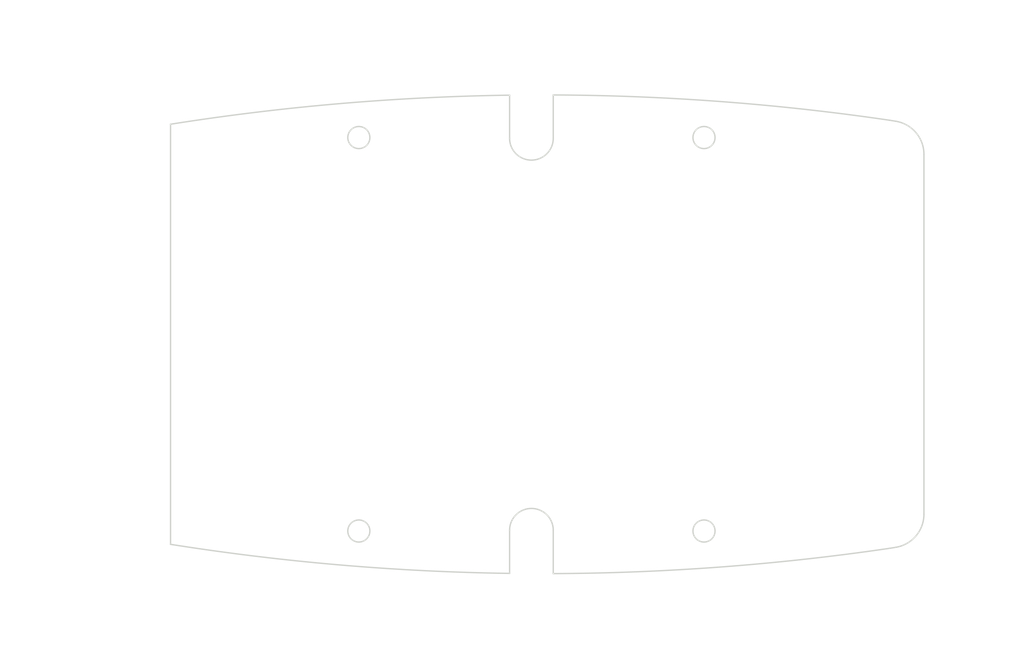
<source format=kicad_pcb>
(kicad_pcb (version 20171130) (host pcbnew "(5.1.0)-1")

  (general
    (thickness 1.6)
    (drawings 97)
    (tracks 0)
    (zones 0)
    (modules 0)
    (nets 1)
  )

  (page A4)
  (layers
    (0 F.Cu signal)
    (31 B.Cu signal)
    (32 B.Adhes user)
    (33 F.Adhes user)
    (34 B.Paste user)
    (35 F.Paste user)
    (36 B.SilkS user)
    (37 F.SilkS user)
    (38 B.Mask user)
    (39 F.Mask user)
    (40 Dwgs.User user)
    (41 Cmts.User user)
    (42 Eco1.User user)
    (43 Eco2.User user)
    (44 Edge.Cuts user)
    (45 Margin user)
    (46 B.CrtYd user)
    (47 F.CrtYd user)
    (48 B.Fab user)
    (49 F.Fab user)
  )

  (setup
    (last_trace_width 0.25)
    (trace_clearance 0.2)
    (zone_clearance 0.508)
    (zone_45_only no)
    (trace_min 0.2)
    (via_size 0.8)
    (via_drill 0.4)
    (via_min_size 0.4)
    (via_min_drill 0.3)
    (uvia_size 0.3)
    (uvia_drill 0.1)
    (uvias_allowed no)
    (uvia_min_size 0.2)
    (uvia_min_drill 0.1)
    (edge_width 0.05)
    (segment_width 0.2)
    (pcb_text_width 0.3)
    (pcb_text_size 1.5 1.5)
    (mod_edge_width 0.12)
    (mod_text_size 1 1)
    (mod_text_width 0.15)
    (pad_size 1.524 1.524)
    (pad_drill 0.762)
    (pad_to_mask_clearance 0.051)
    (solder_mask_min_width 0.25)
    (aux_axis_origin 0 0)
    (visible_elements FFFFEF7F)
    (pcbplotparams
      (layerselection 0x010fc_ffffffff)
      (usegerberextensions false)
      (usegerberattributes false)
      (usegerberadvancedattributes false)
      (creategerberjobfile false)
      (excludeedgelayer true)
      (linewidth 0.152400)
      (plotframeref false)
      (viasonmask false)
      (mode 1)
      (useauxorigin false)
      (hpglpennumber 1)
      (hpglpenspeed 20)
      (hpglpendiameter 15.000000)
      (psnegative false)
      (psa4output false)
      (plotreference true)
      (plotvalue true)
      (plotinvisibletext false)
      (padsonsilk false)
      (subtractmaskfromsilk false)
      (outputformat 1)
      (mirror false)
      (drillshape 1)
      (scaleselection 1)
      (outputdirectory ""))
  )

  (net 0 "")

  (net_class Default "This is the default net class."
    (clearance 0.2)
    (trace_width 0.25)
    (via_dia 0.8)
    (via_drill 0.4)
    (uvia_dia 0.3)
    (uvia_drill 0.1)
  )

  (gr_arc (start 194.558137 118.823029) (end 195.334585 123.620926) (angle -80.80747149) (layer Edge.Cuts) (width 0.2))
  (gr_line (start 194.459791 123.762494) (end 195.334585 123.620926) (layer Edge.Cuts) (width 0.2))
  (gr_arc (start 144.252266 -217.972032) (end 145.720862 127.427918) (angle -8.114469176) (layer Edge.Cuts) (width 0.2))
  (gr_line (start 145.720862 121.151246) (end 145.720862 127.427918) (layer Edge.Cuts) (width 0.2))
  (gr_arc (start 142.558137 121.151246) (end 145.720862 121.151246) (angle -180) (layer Edge.Cuts) (width 0.2))
  (gr_line (start 139.395413 127.396891) (end 139.395413 121.151246) (layer Edge.Cuts) (width 0.2))
  (gr_arc (start 144.252266 -217.972032) (end 90.280439 123.188229) (angle -8.184049622) (layer Edge.Cuts) (width 0.2))
  (gr_line (start 90.280439 62.331102) (end 90.280439 123.188229) (layer Edge.Cuts) (width 0.2))
  (gr_arc (start 144.252266 403.491362) (end 139.395413 58.12244) (angle -8.184049622) (layer Edge.Cuts) (width 0.2))
  (gr_line (start 139.395413 64.368085) (end 139.395413 58.12244) (layer Edge.Cuts) (width 0.2))
  (gr_arc (start 142.558137 64.368085) (end 139.395413 64.368085) (angle -180) (layer Edge.Cuts) (width 0.2))
  (gr_line (start 145.720862 58.091413) (end 145.720862 64.368085) (layer Edge.Cuts) (width 0.2))
  (gr_arc (start 144.252266 403.491362) (end 194.459791 61.756837) (angle -8.114469176) (layer Edge.Cuts) (width 0.2))
  (gr_line (start 195.334585 61.898405) (end 194.459791 61.756837) (layer Edge.Cuts) (width 0.2))
  (gr_arc (start 194.558137 66.696302) (end 199.418454 66.696302) (angle -80.80747149) (layer Edge.Cuts) (width 0.2))
  (gr_line (start 199.418454 118.823029) (end 199.418454 66.696302) (layer Edge.Cuts) (width 0.2))
  (gr_circle (center 117.558137 121.258145) (end 119.158137 121.258145) (layer Edge.Cuts) (width 0.2))
  (gr_circle (center 167.558137 121.258145) (end 169.158137 121.258145) (layer Edge.Cuts) (width 0.2))
  (gr_circle (center 167.558137 64.261186) (end 169.158137 64.261186) (layer Edge.Cuts) (width 0.2))
  (gr_circle (center 117.558137 64.261186) (end 119.158137 64.261186) (layer Edge.Cuts) (width 0.2))
  (gr_line (start 117.558137 119.324812) (end 117.558137 123.191478) (layer Dwgs.User) (width 0.2))
  (gr_line (start 119.491471 121.258145) (end 115.624804 121.258145) (layer Dwgs.User) (width 0.2))
  (gr_line (start 167.558137 119.324812) (end 167.558137 123.191478) (layer Dwgs.User) (width 0.2))
  (gr_line (start 169.491471 121.258145) (end 165.624804 121.258145) (layer Dwgs.User) (width 0.2))
  (gr_line (start 167.558137 62.327853) (end 167.558137 66.194519) (layer Dwgs.User) (width 0.2))
  (gr_line (start 169.491471 64.261186) (end 165.624804 64.261186) (layer Dwgs.User) (width 0.2))
  (gr_line (start 117.558137 62.327853) (end 117.558137 66.194519) (layer Dwgs.User) (width 0.2))
  (gr_line (start 119.491471 64.261186) (end 115.624804 64.261186) (layer Dwgs.User) (width 0.2))
  (gr_line (start 167.558137 121.318145) (end 167.558137 121.198145) (layer Dwgs.User) (width 0.2))
  (gr_line (start 167.498137 121.258145) (end 167.618137 121.258145) (layer Dwgs.User) (width 0.2))
  (gr_text [R13.60] (at 191.782928 131.682285) (layer Dwgs.User)
    (effects (font (size 1.333333 1.199999) (thickness 0.166666)))
  )
  (gr_text " R345.40" (at 191.782928 129.07992) (layer Dwgs.User)
    (effects (font (size 1.333333 1.199999) (thickness 0.166666)))
  )
  (gr_line (start 186.12927 130.294472) (end 185.647102 126.284562) (layer Dwgs.User) (width 0.2))
  (gr_line (start 187.514261 130.294472) (end 186.12927 130.294472) (layer Dwgs.User) (width 0.2))
  (gr_text " R4.86\n[R0.19]" (at 210.407673 135.069132) (layer Dwgs.User)
    (effects (font (size 1.333333 1.199999) (thickness 0.166666)))
  )
  (gr_line (start 205.661971 135.069132) (end 198.053036 123.936442) (layer Dwgs.User) (width 0.2))
  (gr_line (start 206.995304 135.069132) (end 205.661971 135.069132) (layer Dwgs.User) (width 0.2))
  (gr_text [2.05] (at 206.085121 94.147478) (layer Dwgs.User)
    (effects (font (size 1.333333 1.199999) (thickness 0.166666)))
  )
  (gr_text " 52.13" (at 206.085121 91.545113) (layer Dwgs.User)
    (effects (font (size 1.333333 1.199999) (thickness 0.166666)))
  )
  (gr_line (start 206.085121 68.029635) (end 206.085121 90.157301) (layer Dwgs.User) (width 0.2))
  (gr_line (start 206.085121 117.489696) (end 206.085121 95.36203) (layer Dwgs.User) (width 0.2))
  (gr_line (start 200.085121 66.696302) (end 208.201788 66.696302) (layer Dwgs.User) (width 0.2))
  (gr_line (start 200.085121 118.823029) (end 208.201788 118.823029) (layer Dwgs.User) (width 0.2))
  (gr_text [.37] (at 142.740556 63.747112) (layer Dwgs.User)
    (effects (font (size 1.333333 1.199999) (thickness 0.166666)))
  )
  (gr_text " 9.44" (at 142.740556 61.145202) (layer Dwgs.User)
    (effects (font (size 1.333333 1.199999) (thickness 0.166666)))
  )
  (gr_line (start 142.740556 66.197476) (end 142.740556 64.961209) (layer Dwgs.User) (width 0.2))
  (gr_line (start 142.740556 59.424747) (end 142.740556 59.75739) (layer Dwgs.User) (width 0.2))
  (gr_line (start 145.054195 58.091413) (end 140.62389 58.091413) (layer Dwgs.User) (width 0.2))
  (gr_text [4.30] (at 144.849447 48.010553) (layer Dwgs.User)
    (effects (font (size 1.333333 1.199999) (thickness 0.166666)))
  )
  (gr_text " 109.14" (at 144.849447 45.408643) (layer Dwgs.User)
    (effects (font (size 1.333333 1.199999) (thickness 0.166666)))
  )
  (gr_line (start 198.085121 46.62274) (end 148.445081 46.62274) (layer Dwgs.User) (width 0.2))
  (gr_line (start 91.613772 46.62274) (end 141.253812 46.62274) (layer Dwgs.User) (width 0.2))
  (gr_line (start 199.418454 66.029635) (end 199.418454 44.506073) (layer Dwgs.User) (width 0.2))
  (gr_line (start 90.280439 61.664435) (end 90.280439 44.506073) (layer Dwgs.User) (width 0.2))
  (gr_text [.25] (at 150.817651 56.031011) (layer Dwgs.User)
    (effects (font (size 1.333333 1.199999) (thickness 0.166666)))
  )
  (gr_text " 6.33" (at 150.817651 53.428646) (layer Dwgs.User)
    (effects (font (size 1.333333 1.199999) (thickness 0.166666)))
  )
  (gr_line (start 145.720862 54.643198) (end 148.255214 54.643198) (layer Dwgs.User) (width 0.2))
  (gr_line (start 140.728746 54.643198) (end 144.387529 54.643198) (layer Dwgs.User) (width 0.2))
  (gr_line (start 145.720862 57.424747) (end 145.720862 52.526532) (layer Dwgs.User) (width 0.2))
  (gr_line (start 139.395413 57.455773) (end 139.395413 52.526532) (layer Dwgs.User) (width 0.2))
  (gr_text [1.93] (at 114.837926 56.031011) (layer Dwgs.User)
    (effects (font (size 1.333333 1.199999) (thickness 0.166666)))
  )
  (gr_text " 49.11" (at 114.837926 53.429101) (layer Dwgs.User)
    (effects (font (size 1.333333 1.199999) (thickness 0.166666)))
  )
  (gr_line (start 138.062079 54.643198) (end 117.789631 54.643198) (layer Dwgs.User) (width 0.2))
  (gr_line (start 91.613772 54.643198) (end 111.886221 54.643198) (layer Dwgs.User) (width 0.2))
  (gr_line (start 139.395413 57.455773) (end 139.395413 52.526532) (layer Dwgs.User) (width 0.2))
  (gr_line (start 90.280439 61.664435) (end 90.280439 52.526532) (layer Dwgs.User) (width 0.2))
  (gr_text [2.40] (at 68.735022 94.147478) (layer Dwgs.User)
    (effects (font (size 1.333333 1.199999) (thickness 0.166666)))
  )
  (gr_text " 60.86" (at 68.735022 91.545568) (layer Dwgs.User)
    (effects (font (size 1.333333 1.199999) (thickness 0.166666)))
  )
  (gr_line (start 68.735022 121.854896) (end 68.735022 95.361575) (layer Dwgs.User) (width 0.2))
  (gr_line (start 68.735022 63.664435) (end 68.735022 90.157755) (layer Dwgs.User) (width 0.2))
  (gr_line (start 89.613772 123.188229) (end 66.618356 123.188229) (layer Dwgs.User) (width 0.2))
  (gr_line (start 89.613772 62.331102) (end 66.618356 62.331102) (layer Dwgs.User) (width 0.2))
  (gr_text [2.24] (at 78.314217 94.147478) (layer Dwgs.User)
    (effects (font (size 1.333333 1.199999) (thickness 0.166666)))
  )
  (gr_text " 57.00" (at 78.314217 91.545568) (layer Dwgs.User)
    (effects (font (size 1.333333 1.199999) (thickness 0.166666)))
  )
  (gr_line (start 78.314217 65.594519) (end 78.314217 90.157755) (layer Dwgs.User) (width 0.2))
  (gr_line (start 78.314217 119.924812) (end 78.314217 95.361575) (layer Dwgs.User) (width 0.2))
  (gr_line (start 116.891471 64.261186) (end 76.19755 64.261186) (layer Dwgs.User) (width 0.2))
  (gr_line (start 116.891471 121.258145) (end 76.19755 121.258145) (layer Dwgs.User) (width 0.2))
  (gr_text [.08] (at 84.445319 116.910795) (layer Dwgs.User)
    (effects (font (size 1.333333 1.199999) (thickness 0.166666)))
  )
  (gr_text " 1.93" (at 84.445319 114.30843) (layer Dwgs.User)
    (effects (font (size 1.333333 1.199999) (thickness 0.166666)))
  )
  (gr_line (start 80.549549 115.522982) (end 81.882882 115.522982) (layer Dwgs.User) (width 0.2))
  (gr_line (start 80.549549 119.924812) (end 80.549549 115.522982) (layer Dwgs.User) (width 0.2))
  (gr_line (start 80.549549 124.521563) (end 80.549549 125.854896) (layer Dwgs.User) (width 0.2))
  (gr_line (start 89.613772 123.188229) (end 78.432882 123.188229) (layer Dwgs.User) (width 0.2))
  (gr_line (start 116.891471 121.258145) (end 78.432882 121.258145) (layer Dwgs.User) (width 0.2))
  (gr_text [1.97] (at 142.558137 137.831476) (layer Dwgs.User)
    (effects (font (size 1.333333 1.199999) (thickness 0.166666)))
  )
  (gr_text " 50.00" (at 142.558137 135.229566) (layer Dwgs.User)
    (effects (font (size 1.333333 1.199999) (thickness 0.166666)))
  )
  (gr_line (start 166.224804 136.443663) (end 145.636264 136.443663) (layer Dwgs.User) (width 0.2))
  (gr_line (start 118.891471 136.443663) (end 139.480011 136.443663) (layer Dwgs.User) (width 0.2))
  (gr_line (start 167.558137 121.924812) (end 167.558137 138.56033) (layer Dwgs.User) (width 0.2))
  (gr_line (start 117.558137 121.924812) (end 117.558137 138.56033) (layer Dwgs.User) (width 0.2))
  (gr_text [1.07] (at 103.919288 137.831476) (layer Dwgs.User)
    (effects (font (size 1.333333 1.199999) (thickness 0.166666)))
  )
  (gr_text " 27.28" (at 103.919288 135.229566) (layer Dwgs.User)
    (effects (font (size 1.333333 1.199999) (thickness 0.166666)))
  )
  (gr_line (start 116.224804 136.443663) (end 107.001053 136.443663) (layer Dwgs.User) (width 0.2))
  (gr_line (start 91.613772 136.443663) (end 100.837524 136.443663) (layer Dwgs.User) (width 0.2))
  (gr_line (start 117.558137 121.924812) (end 117.558137 138.56033) (layer Dwgs.User) (width 0.2))
  (gr_line (start 90.280439 123.854896) (end 90.280439 138.56033) (layer Dwgs.User) (width 0.2))

)

</source>
